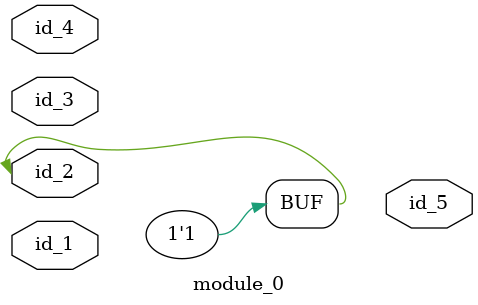
<source format=v>
module module_0 (
    id_1,
    id_2,
    id_3,
    id_4,
    id_5
);
  output id_5;
  input id_4;
  input id_3;
  input id_2;
  input id_1;
  assign id_2 = 1;
endmodule

</source>
